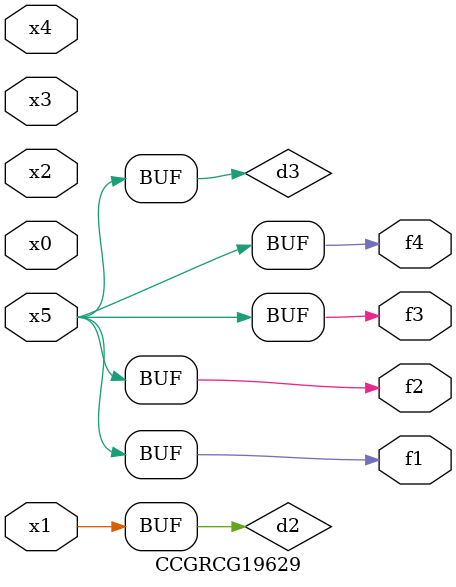
<source format=v>
module CCGRCG19629(
	input x0, x1, x2, x3, x4, x5,
	output f1, f2, f3, f4
);

	wire d1, d2, d3;

	not (d1, x5);
	or (d2, x1);
	xnor (d3, d1);
	assign f1 = d3;
	assign f2 = d3;
	assign f3 = d3;
	assign f4 = d3;
endmodule

</source>
